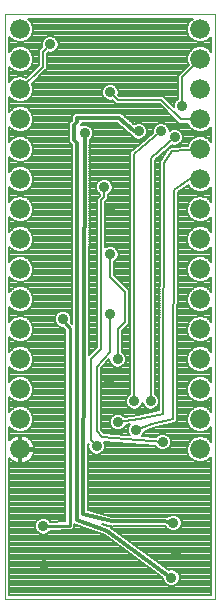
<source format=gbl>
G75*
%MOIN*%
%OFA0B0*%
%FSLAX24Y24*%
%IPPOS*%
%LPD*%
%AMOC8*
5,1,8,0,0,1.08239X$1,22.5*
%
%ADD10C,0.0000*%
%ADD11C,0.0660*%
%ADD12C,0.0356*%
%ADD13C,0.0080*%
%ADD14C,0.0120*%
%ADD15C,0.0160*%
%ADD16C,0.0100*%
D10*
X000140Y002797D02*
X000140Y022297D01*
X007140Y022297D01*
X007140Y002797D01*
X000140Y002797D01*
D11*
X000640Y007797D03*
X000640Y008797D03*
X000640Y009797D03*
X000640Y010797D03*
X000640Y011797D03*
X000640Y012797D03*
X000640Y013797D03*
X000640Y014797D03*
X000640Y015797D03*
X000640Y016797D03*
X000640Y017797D03*
X000640Y018797D03*
X000640Y019797D03*
X000640Y020797D03*
X000640Y021797D03*
X006640Y021797D03*
X006640Y020797D03*
X006640Y019797D03*
X006640Y018797D03*
X006640Y017797D03*
X006640Y016797D03*
X006640Y015797D03*
X006640Y014797D03*
X006640Y013797D03*
X006640Y012797D03*
X006640Y011797D03*
X006640Y010797D03*
X006640Y009797D03*
X006640Y008797D03*
X006640Y007797D03*
D12*
X005740Y005347D03*
X005830Y004327D03*
X005680Y003517D03*
X005390Y008047D03*
X004990Y009397D03*
X004440Y009397D03*
X004500Y008447D03*
X003900Y008707D03*
X003590Y010047D03*
X003890Y010797D03*
X003640Y012297D03*
X003640Y014297D03*
X003640Y015797D03*
X003440Y016547D03*
X002790Y018347D03*
X003640Y019697D03*
X004590Y018397D03*
X005340Y018397D03*
X005790Y018197D03*
X006040Y019247D03*
X002070Y012137D03*
X003190Y007897D03*
X001420Y003937D03*
X001410Y005237D03*
X001640Y021297D03*
D13*
X001390Y021047D01*
X001390Y020547D01*
X000640Y019797D01*
X000554Y019367D02*
X000726Y019367D01*
X000884Y019433D01*
X001005Y019553D01*
X001070Y019712D01*
X001070Y019883D01*
X001027Y019986D01*
X001448Y020407D01*
X001530Y020489D01*
X001530Y020989D01*
X001567Y021026D01*
X001585Y021019D01*
X001695Y021019D01*
X001798Y021061D01*
X001876Y021140D01*
X001918Y021242D01*
X001918Y021352D01*
X001876Y021455D01*
X001798Y021533D01*
X001695Y021575D01*
X001585Y021575D01*
X001482Y021533D01*
X001404Y021455D01*
X001362Y021352D01*
X001362Y021242D01*
X001369Y021224D01*
X001250Y021105D01*
X001250Y020605D01*
X000829Y020184D01*
X000726Y020227D01*
X000554Y020227D01*
X000396Y020162D01*
X000280Y020045D01*
X000280Y020549D01*
X000396Y020433D01*
X000554Y020367D01*
X000726Y020367D01*
X000884Y020433D01*
X001005Y020553D01*
X001070Y020712D01*
X001070Y020883D01*
X001005Y021041D01*
X000884Y021162D01*
X000726Y021227D01*
X000554Y021227D01*
X000396Y021162D01*
X000280Y021045D01*
X000280Y021549D01*
X000396Y021433D01*
X000554Y021367D01*
X000726Y021367D01*
X000884Y021433D01*
X001005Y021553D01*
X001070Y021712D01*
X001070Y021883D01*
X001005Y022041D01*
X000888Y022157D01*
X006392Y022157D01*
X006275Y022041D01*
X006210Y021883D01*
X006210Y021712D01*
X006275Y021553D01*
X006396Y021433D01*
X006554Y021367D01*
X006726Y021367D01*
X006884Y021433D01*
X007000Y021549D01*
X007000Y021045D01*
X006884Y021162D01*
X006726Y021227D01*
X006554Y021227D01*
X006396Y021162D01*
X006275Y021041D01*
X006210Y020883D01*
X006210Y020712D01*
X006253Y020608D01*
X005900Y020255D01*
X005900Y019490D01*
X005882Y019483D01*
X005804Y019405D01*
X005762Y019302D01*
X005762Y019223D01*
X005480Y019505D01*
X005398Y019587D01*
X003948Y019587D01*
X003911Y019624D01*
X003918Y019642D01*
X003918Y019752D01*
X003876Y019855D01*
X003798Y019933D01*
X003695Y019975D01*
X003585Y019975D01*
X003482Y019933D01*
X003404Y019855D01*
X003362Y019752D01*
X003362Y019642D01*
X003404Y019540D01*
X003482Y019461D01*
X003585Y019419D01*
X003695Y019419D01*
X003713Y019426D01*
X003832Y019307D01*
X005282Y019307D01*
X005932Y018657D01*
X006233Y018657D01*
X006275Y018553D01*
X006396Y018433D01*
X006554Y018367D01*
X006726Y018367D01*
X006884Y018433D01*
X007000Y018549D01*
X007000Y018045D01*
X006884Y018162D01*
X006726Y018227D01*
X006554Y018227D01*
X006396Y018162D01*
X006275Y018041D01*
X006220Y017906D01*
X005727Y017870D01*
X005719Y017876D01*
X005671Y017866D01*
X005622Y017862D01*
X005615Y017855D01*
X005610Y017853D01*
X005701Y017933D01*
X005735Y017919D01*
X005845Y017919D01*
X005948Y017961D01*
X006026Y018040D01*
X006068Y018142D01*
X006068Y018252D01*
X006026Y018355D01*
X005948Y018433D01*
X005845Y018475D01*
X005735Y018475D01*
X005632Y018433D01*
X005618Y018418D01*
X005618Y018452D01*
X005576Y018555D01*
X005498Y018633D01*
X005395Y018675D01*
X005285Y018675D01*
X005182Y018633D01*
X005104Y018555D01*
X005062Y018452D01*
X005062Y018348D01*
X004389Y017787D01*
X004382Y017787D01*
X004345Y017751D01*
X004306Y017717D01*
X004305Y017710D01*
X004300Y017705D01*
X004300Y017653D01*
X004295Y017602D01*
X004300Y017596D01*
X004300Y009640D01*
X004282Y009633D01*
X004204Y009555D01*
X004162Y009452D01*
X004162Y009342D01*
X004204Y009240D01*
X004282Y009161D01*
X004385Y009119D01*
X004495Y009119D01*
X004598Y009161D01*
X004676Y009240D01*
X004715Y009334D01*
X004754Y009240D01*
X004832Y009161D01*
X004935Y009119D01*
X005045Y009119D01*
X005148Y009161D01*
X005226Y009240D01*
X005268Y009342D01*
X005268Y009452D01*
X005226Y009555D01*
X005148Y009633D01*
X005130Y009640D01*
X005130Y017434D01*
X005600Y017845D01*
X005578Y017812D01*
X005546Y017775D01*
X005547Y017764D01*
X005331Y017436D01*
X005300Y017406D01*
X005300Y017389D01*
X005291Y017376D01*
X005300Y017333D01*
X005270Y009101D01*
X004575Y008955D01*
X004117Y008883D01*
X004058Y008943D01*
X003955Y008985D01*
X003845Y008985D01*
X003742Y008943D01*
X003664Y008865D01*
X003622Y008762D01*
X003622Y008652D01*
X003664Y008550D01*
X003742Y008471D01*
X003845Y008429D01*
X003955Y008429D01*
X004058Y008471D01*
X004136Y008550D01*
X004159Y008606D01*
X004286Y008626D01*
X004264Y008605D01*
X004222Y008502D01*
X004222Y008392D01*
X004264Y008290D01*
X004284Y008270D01*
X003444Y008333D01*
X003330Y008453D01*
X003330Y010493D01*
X003612Y010807D01*
X003612Y010742D01*
X003654Y010640D01*
X003732Y010561D01*
X003835Y010519D01*
X003945Y010519D01*
X004048Y010561D01*
X004126Y010640D01*
X004168Y010742D01*
X004168Y010852D01*
X004126Y010955D01*
X004048Y011033D01*
X004030Y011040D01*
X004030Y011739D01*
X004198Y011907D01*
X004280Y011989D01*
X004280Y013105D01*
X003780Y013605D01*
X003780Y014054D01*
X003798Y014061D01*
X003876Y014140D01*
X003918Y014242D01*
X003918Y014352D01*
X003876Y014455D01*
X003798Y014533D01*
X003695Y014575D01*
X003585Y014575D01*
X003482Y014533D01*
X003480Y014530D01*
X003480Y016039D01*
X003580Y016139D01*
X003580Y016304D01*
X003598Y016311D01*
X003676Y016390D01*
X003718Y016492D01*
X003718Y016602D01*
X003676Y016705D01*
X003598Y016783D01*
X003495Y016825D01*
X003385Y016825D01*
X003282Y016783D01*
X003204Y016705D01*
X003162Y016602D01*
X003162Y016492D01*
X003204Y016390D01*
X003282Y016311D01*
X003300Y016304D01*
X003300Y016255D01*
X003282Y016237D01*
X003200Y016155D01*
X003200Y011205D01*
X002932Y010937D01*
X002921Y010926D01*
X002949Y018113D01*
X003026Y018190D01*
X003068Y018292D01*
X003068Y018402D01*
X003026Y018505D01*
X002948Y018583D01*
X002845Y018625D01*
X002735Y018625D01*
X002666Y018597D01*
X002700Y018631D01*
X002700Y018687D01*
X003879Y018687D01*
X004330Y018281D01*
X004342Y018269D01*
X004354Y018240D01*
X004432Y018161D01*
X004535Y018119D01*
X004645Y018119D01*
X004748Y018161D01*
X004826Y018240D01*
X004868Y018342D01*
X004868Y018452D01*
X004826Y018555D01*
X004748Y018633D01*
X004645Y018675D01*
X004535Y018675D01*
X004432Y018633D01*
X004425Y018626D01*
X004050Y018963D01*
X004006Y019007D01*
X004001Y019007D01*
X003998Y019010D01*
X003936Y019007D01*
X002474Y019007D01*
X002380Y018913D01*
X002380Y018763D01*
X002280Y018663D01*
X002280Y018031D01*
X002374Y017937D01*
X002380Y017931D01*
X002370Y011979D01*
X002324Y012025D01*
X002348Y012082D01*
X002348Y012192D01*
X002306Y012295D01*
X002228Y012373D01*
X002125Y012415D01*
X002015Y012415D01*
X001912Y012373D01*
X001834Y012295D01*
X001792Y012192D01*
X001792Y012082D01*
X001834Y011980D01*
X001912Y011901D01*
X002015Y011859D01*
X002066Y011859D01*
X002140Y011785D01*
X002140Y005395D01*
X001648Y005390D01*
X001646Y005395D01*
X001568Y005473D01*
X001465Y005515D01*
X001355Y005515D01*
X001252Y005473D01*
X001174Y005395D01*
X001132Y005292D01*
X001132Y005182D01*
X001174Y005080D01*
X001252Y005001D01*
X001355Y004959D01*
X001465Y004959D01*
X001568Y005001D01*
X001646Y005080D01*
X001650Y005090D01*
X002291Y005097D01*
X002352Y005097D01*
X002353Y005098D01*
X002354Y005098D01*
X002397Y005142D01*
X002440Y005185D01*
X002440Y005186D01*
X002441Y005187D01*
X002440Y005248D01*
X002440Y005301D01*
X002453Y005287D01*
X002492Y005287D01*
X003464Y004944D01*
X005402Y003523D01*
X005402Y003462D01*
X005444Y003360D01*
X005522Y003281D01*
X005625Y003239D01*
X005735Y003239D01*
X005838Y003281D01*
X005916Y003360D01*
X005958Y003462D01*
X005958Y003572D01*
X005916Y003675D01*
X005838Y003753D01*
X005735Y003795D01*
X005625Y003795D01*
X005591Y003781D01*
X003667Y005192D01*
X003656Y005216D01*
X003616Y005230D01*
X003581Y005255D01*
X003555Y005251D01*
X003380Y005313D01*
X003607Y005253D01*
X003624Y005237D01*
X003669Y005237D01*
X003713Y005225D01*
X003733Y005237D01*
X005427Y005237D01*
X005489Y005227D01*
X005504Y005190D01*
X005582Y005111D01*
X005685Y005069D01*
X005795Y005069D01*
X005898Y005111D01*
X005976Y005190D01*
X006018Y005292D01*
X006018Y005402D01*
X005976Y005505D01*
X005898Y005583D01*
X005795Y005625D01*
X005685Y005625D01*
X005582Y005583D01*
X005542Y005542D01*
X005517Y005546D01*
X005506Y005557D01*
X005453Y005557D01*
X005401Y005566D01*
X005389Y005557D01*
X003711Y005557D01*
X002900Y005770D01*
X002909Y007980D01*
X002919Y007970D01*
X002912Y007952D01*
X002912Y007842D01*
X002954Y007740D01*
X003032Y007661D01*
X003135Y007619D01*
X003245Y007619D01*
X003348Y007661D01*
X003426Y007740D01*
X003468Y007842D01*
X003468Y007952D01*
X003426Y008053D01*
X005139Y007925D01*
X005154Y007890D01*
X005232Y007811D01*
X005335Y007769D01*
X005445Y007769D01*
X005548Y007811D01*
X005626Y007890D01*
X005668Y007992D01*
X005668Y008102D01*
X005626Y008205D01*
X005548Y008283D01*
X005445Y008325D01*
X005335Y008325D01*
X005232Y008283D01*
X005155Y008205D01*
X004686Y008240D01*
X004736Y008290D01*
X004778Y008392D01*
X005081Y008493D01*
X005758Y008677D01*
X005797Y008677D01*
X005812Y008692D01*
X005833Y008697D01*
X005852Y008731D01*
X005880Y008759D01*
X005880Y008780D01*
X005890Y008798D01*
X005880Y008835D01*
X005910Y016375D01*
X006249Y016617D01*
X006275Y016553D01*
X006396Y016433D01*
X006554Y016367D01*
X006726Y016367D01*
X006884Y016433D01*
X007000Y016549D01*
X007000Y016045D01*
X006884Y016162D01*
X006726Y016227D01*
X006554Y016227D01*
X006396Y016162D01*
X006275Y016041D01*
X006210Y015883D01*
X006210Y015712D01*
X006275Y015553D01*
X006396Y015433D01*
X006554Y015367D01*
X006726Y015367D01*
X006884Y015433D01*
X007000Y015549D01*
X007000Y015045D01*
X006884Y015162D01*
X006726Y015227D01*
X006554Y015227D01*
X006396Y015162D01*
X006275Y015041D01*
X006210Y014883D01*
X006210Y014712D01*
X006275Y014553D01*
X006396Y014433D01*
X006554Y014367D01*
X006726Y014367D01*
X006884Y014433D01*
X007000Y014549D01*
X007000Y014045D01*
X006884Y014162D01*
X006726Y014227D01*
X006554Y014227D01*
X006396Y014162D01*
X006275Y014041D01*
X006210Y013883D01*
X006210Y013712D01*
X006275Y013553D01*
X006396Y013433D01*
X006554Y013367D01*
X006726Y013367D01*
X006884Y013433D01*
X007000Y013549D01*
X007000Y013045D01*
X006884Y013162D01*
X006726Y013227D01*
X006554Y013227D01*
X006396Y013162D01*
X006275Y013041D01*
X006210Y012883D01*
X006210Y012712D01*
X006275Y012553D01*
X006396Y012433D01*
X006554Y012367D01*
X006726Y012367D01*
X006884Y012433D01*
X007000Y012549D01*
X007000Y012045D01*
X006884Y012162D01*
X006726Y012227D01*
X006554Y012227D01*
X006396Y012162D01*
X006275Y012041D01*
X006210Y011883D01*
X006210Y011712D01*
X006275Y011553D01*
X006396Y011433D01*
X006554Y011367D01*
X006726Y011367D01*
X006884Y011433D01*
X007000Y011549D01*
X007000Y011045D01*
X006884Y011162D01*
X006726Y011227D01*
X006554Y011227D01*
X006396Y011162D01*
X006275Y011041D01*
X006210Y010883D01*
X006210Y010712D01*
X006275Y010553D01*
X006396Y010433D01*
X006554Y010367D01*
X006726Y010367D01*
X006884Y010433D01*
X007000Y010549D01*
X007000Y010045D01*
X006884Y010162D01*
X006726Y010227D01*
X006554Y010227D01*
X006396Y010162D01*
X006275Y010041D01*
X006210Y009883D01*
X006210Y009712D01*
X006275Y009553D01*
X006396Y009433D01*
X006554Y009367D01*
X006726Y009367D01*
X006884Y009433D01*
X007000Y009549D01*
X007000Y009045D01*
X006884Y009162D01*
X006726Y009227D01*
X006554Y009227D01*
X006396Y009162D01*
X006275Y009041D01*
X006210Y008883D01*
X006210Y008712D01*
X006275Y008553D01*
X006396Y008433D01*
X006554Y008367D01*
X006726Y008367D01*
X006884Y008433D01*
X007000Y008549D01*
X007000Y008045D01*
X006884Y008162D01*
X006726Y008227D01*
X006554Y008227D01*
X006396Y008162D01*
X006275Y008041D01*
X006210Y007883D01*
X006210Y007712D01*
X006275Y007553D01*
X006396Y007433D01*
X006554Y007367D01*
X006726Y007367D01*
X006884Y007433D01*
X007000Y007549D01*
X007000Y002937D01*
X000280Y002937D01*
X000280Y007493D01*
X000282Y007491D01*
X000334Y007439D01*
X000394Y007395D01*
X000460Y007361D01*
X000530Y007339D01*
X000600Y007328D01*
X000600Y007757D01*
X000680Y007757D01*
X000680Y007328D01*
X000750Y007339D01*
X000820Y007361D01*
X000886Y007395D01*
X000946Y007439D01*
X000998Y007491D01*
X001042Y007551D01*
X001076Y007617D01*
X001098Y007687D01*
X001110Y007757D01*
X000680Y007757D01*
X000680Y007837D01*
X001110Y007837D01*
X001098Y007907D01*
X001076Y007977D01*
X001042Y008043D01*
X000998Y008103D01*
X000946Y008156D01*
X000886Y008199D01*
X000820Y008233D01*
X000750Y008255D01*
X000680Y008267D01*
X000680Y007837D01*
X000600Y007837D01*
X000600Y008267D01*
X000530Y008255D01*
X000460Y008233D01*
X000394Y008199D01*
X000334Y008156D01*
X000282Y008103D01*
X000280Y008101D01*
X000280Y008549D01*
X000396Y008433D01*
X000554Y008367D01*
X000726Y008367D01*
X000884Y008433D01*
X001005Y008553D01*
X001070Y008712D01*
X001070Y008883D01*
X001005Y009041D01*
X000884Y009162D01*
X000726Y009227D01*
X000554Y009227D01*
X000396Y009162D01*
X000280Y009045D01*
X000280Y009549D01*
X000396Y009433D01*
X000554Y009367D01*
X000726Y009367D01*
X000884Y009433D01*
X001005Y009553D01*
X001070Y009712D01*
X001070Y009883D01*
X001005Y010041D01*
X000884Y010162D01*
X000726Y010227D01*
X000554Y010227D01*
X000396Y010162D01*
X000280Y010045D01*
X000280Y010549D01*
X000396Y010433D01*
X000554Y010367D01*
X000726Y010367D01*
X000884Y010433D01*
X001005Y010553D01*
X001070Y010712D01*
X001070Y010883D01*
X001005Y011041D01*
X000884Y011162D01*
X000726Y011227D01*
X000554Y011227D01*
X000396Y011162D01*
X000280Y011045D01*
X000280Y011549D01*
X000396Y011433D01*
X000554Y011367D01*
X000726Y011367D01*
X000884Y011433D01*
X001005Y011553D01*
X001070Y011712D01*
X001070Y011883D01*
X001005Y012041D01*
X000884Y012162D01*
X000726Y012227D01*
X000554Y012227D01*
X000396Y012162D01*
X000280Y012045D01*
X000280Y012549D01*
X000396Y012433D01*
X000554Y012367D01*
X000726Y012367D01*
X000884Y012433D01*
X001005Y012553D01*
X001070Y012712D01*
X001070Y012883D01*
X001005Y013041D01*
X000884Y013162D01*
X000726Y013227D01*
X000554Y013227D01*
X000396Y013162D01*
X000280Y013045D01*
X000280Y013549D01*
X000396Y013433D01*
X000554Y013367D01*
X000726Y013367D01*
X000884Y013433D01*
X001005Y013553D01*
X001070Y013712D01*
X001070Y013883D01*
X001005Y014041D01*
X000884Y014162D01*
X000726Y014227D01*
X000554Y014227D01*
X000396Y014162D01*
X000280Y014045D01*
X000280Y014549D01*
X000396Y014433D01*
X000554Y014367D01*
X000726Y014367D01*
X000884Y014433D01*
X001005Y014553D01*
X001070Y014712D01*
X001070Y014883D01*
X001005Y015041D01*
X000884Y015162D01*
X000726Y015227D01*
X000554Y015227D01*
X000396Y015162D01*
X000280Y015045D01*
X000280Y015549D01*
X000396Y015433D01*
X000554Y015367D01*
X000726Y015367D01*
X000884Y015433D01*
X001005Y015553D01*
X001070Y015712D01*
X001070Y015883D01*
X001005Y016041D01*
X000884Y016162D01*
X000726Y016227D01*
X000554Y016227D01*
X000396Y016162D01*
X000280Y016045D01*
X000280Y016549D01*
X000396Y016433D01*
X000554Y016367D01*
X000726Y016367D01*
X000884Y016433D01*
X001005Y016553D01*
X001070Y016712D01*
X001070Y016883D01*
X001005Y017041D01*
X000884Y017162D01*
X000726Y017227D01*
X000554Y017227D01*
X000396Y017162D01*
X000280Y017045D01*
X000280Y017549D01*
X000396Y017433D01*
X000554Y017367D01*
X000726Y017367D01*
X000884Y017433D01*
X001005Y017553D01*
X001070Y017712D01*
X002380Y017712D01*
X002379Y017634D02*
X001038Y017634D01*
X001070Y017712D02*
X001070Y017883D01*
X001005Y018041D01*
X000884Y018162D01*
X000726Y018227D01*
X000554Y018227D01*
X000396Y018162D01*
X000280Y018045D01*
X000280Y018549D01*
X000396Y018433D01*
X000554Y018367D01*
X000726Y018367D01*
X000884Y018433D01*
X001005Y018553D01*
X001070Y018712D01*
X001070Y018883D01*
X001005Y019041D01*
X000884Y019162D01*
X000726Y019227D01*
X000554Y019227D01*
X000396Y019162D01*
X000280Y019045D01*
X000280Y019549D01*
X000396Y019433D01*
X000554Y019367D01*
X000498Y019204D02*
X000280Y019204D01*
X000280Y019282D02*
X005307Y019282D01*
X005385Y019204D02*
X000782Y019204D01*
X000890Y019439D02*
X003536Y019439D01*
X003426Y019518D02*
X000969Y019518D01*
X001022Y019596D02*
X003381Y019596D01*
X003362Y019675D02*
X001055Y019675D01*
X001070Y019753D02*
X003362Y019753D01*
X003395Y019832D02*
X001070Y019832D01*
X001059Y019910D02*
X003460Y019910D01*
X003640Y019697D02*
X003890Y019447D01*
X005340Y019447D01*
X005990Y018797D01*
X006640Y018797D01*
X006430Y018419D02*
X005962Y018419D01*
X006032Y018340D02*
X007000Y018340D01*
X007000Y018262D02*
X006064Y018262D01*
X006068Y018183D02*
X006448Y018183D01*
X006339Y018105D02*
X006053Y018105D01*
X006012Y018026D02*
X006269Y018026D01*
X006237Y017948D02*
X005915Y017948D01*
X005790Y018197D02*
X004990Y017497D01*
X004990Y009397D01*
X004846Y009156D02*
X004584Y009156D01*
X004670Y009234D02*
X004760Y009234D01*
X004724Y009313D02*
X004706Y009313D01*
X004783Y008999D02*
X003330Y008999D01*
X003330Y009077D02*
X005157Y009077D01*
X005134Y009156D02*
X005271Y009156D01*
X005271Y009234D02*
X005220Y009234D01*
X005256Y009313D02*
X005271Y009313D01*
X005268Y009391D02*
X005271Y009391D01*
X005261Y009470D02*
X005272Y009470D01*
X005272Y009548D02*
X005228Y009548D01*
X005272Y009627D02*
X005154Y009627D01*
X005130Y009705D02*
X005273Y009705D01*
X005273Y009784D02*
X005130Y009784D01*
X005130Y009862D02*
X005273Y009862D01*
X005273Y009941D02*
X005130Y009941D01*
X005130Y010019D02*
X005274Y010019D01*
X005274Y010098D02*
X005130Y010098D01*
X005130Y010176D02*
X005274Y010176D01*
X005275Y010255D02*
X005130Y010255D01*
X005130Y010333D02*
X005275Y010333D01*
X005275Y010412D02*
X005130Y010412D01*
X005130Y010490D02*
X005275Y010490D01*
X005276Y010569D02*
X005130Y010569D01*
X005130Y010647D02*
X005276Y010647D01*
X005276Y010726D02*
X005130Y010726D01*
X005130Y010804D02*
X005277Y010804D01*
X005277Y010883D02*
X005130Y010883D01*
X005130Y010961D02*
X005277Y010961D01*
X005277Y011040D02*
X005130Y011040D01*
X005130Y011118D02*
X005278Y011118D01*
X005278Y011197D02*
X005130Y011197D01*
X005130Y011275D02*
X005278Y011275D01*
X005278Y011354D02*
X005130Y011354D01*
X005130Y011432D02*
X005279Y011432D01*
X005279Y011511D02*
X005130Y011511D01*
X005130Y011589D02*
X005279Y011589D01*
X005280Y011668D02*
X005130Y011668D01*
X005130Y011746D02*
X005280Y011746D01*
X005280Y011825D02*
X005130Y011825D01*
X005130Y011903D02*
X005280Y011903D01*
X005281Y011982D02*
X005130Y011982D01*
X005130Y012060D02*
X005281Y012060D01*
X005281Y012139D02*
X005130Y012139D01*
X005130Y012217D02*
X005282Y012217D01*
X005282Y012296D02*
X005130Y012296D01*
X005130Y012374D02*
X005282Y012374D01*
X005282Y012453D02*
X005130Y012453D01*
X005130Y012531D02*
X005283Y012531D01*
X005283Y012610D02*
X005130Y012610D01*
X005130Y012688D02*
X005283Y012688D01*
X005284Y012767D02*
X005130Y012767D01*
X005130Y012845D02*
X005284Y012845D01*
X005284Y012924D02*
X005130Y012924D01*
X005130Y013002D02*
X005284Y013002D01*
X005285Y013081D02*
X005130Y013081D01*
X005130Y013159D02*
X005285Y013159D01*
X005285Y013238D02*
X005130Y013238D01*
X005130Y013316D02*
X005286Y013316D01*
X005286Y013395D02*
X005130Y013395D01*
X005130Y013473D02*
X005286Y013473D01*
X005286Y013552D02*
X005130Y013552D01*
X005130Y013630D02*
X005287Y013630D01*
X005287Y013709D02*
X005130Y013709D01*
X005130Y013787D02*
X005287Y013787D01*
X005288Y013866D02*
X005130Y013866D01*
X005130Y013944D02*
X005288Y013944D01*
X005288Y014023D02*
X005130Y014023D01*
X005130Y014101D02*
X005288Y014101D01*
X005289Y014180D02*
X005130Y014180D01*
X005130Y014258D02*
X005289Y014258D01*
X005289Y014337D02*
X005130Y014337D01*
X005130Y014415D02*
X005289Y014415D01*
X005290Y014494D02*
X005130Y014494D01*
X005130Y014572D02*
X005290Y014572D01*
X005290Y014651D02*
X005130Y014651D01*
X005130Y014729D02*
X005291Y014729D01*
X005291Y014808D02*
X005130Y014808D01*
X005130Y014886D02*
X005291Y014886D01*
X005291Y014965D02*
X005130Y014965D01*
X005130Y015043D02*
X005292Y015043D01*
X005292Y015122D02*
X005130Y015122D01*
X005130Y015200D02*
X005292Y015200D01*
X005293Y015279D02*
X005130Y015279D01*
X005130Y015357D02*
X005293Y015357D01*
X005293Y015436D02*
X005130Y015436D01*
X005130Y015514D02*
X005293Y015514D01*
X005294Y015593D02*
X005130Y015593D01*
X005130Y015671D02*
X005294Y015671D01*
X005294Y015750D02*
X005130Y015750D01*
X005130Y015828D02*
X005295Y015828D01*
X005295Y015907D02*
X005130Y015907D01*
X005130Y015985D02*
X005295Y015985D01*
X005295Y016064D02*
X005130Y016064D01*
X005130Y016142D02*
X005296Y016142D01*
X005296Y016221D02*
X005130Y016221D01*
X005130Y016299D02*
X005296Y016299D01*
X005297Y016378D02*
X005130Y016378D01*
X005130Y016456D02*
X005297Y016456D01*
X005297Y016535D02*
X005130Y016535D01*
X005130Y016613D02*
X005297Y016613D01*
X005298Y016692D02*
X005130Y016692D01*
X005130Y016770D02*
X005298Y016770D01*
X005298Y016849D02*
X005130Y016849D01*
X005130Y016927D02*
X005298Y016927D01*
X005299Y017006D02*
X005130Y017006D01*
X005130Y017084D02*
X005299Y017084D01*
X005299Y017163D02*
X005130Y017163D01*
X005130Y017241D02*
X005300Y017241D01*
X005300Y017320D02*
X005130Y017320D01*
X005130Y017398D02*
X005300Y017398D01*
X005358Y017477D02*
X005179Y017477D01*
X005269Y017555D02*
X005409Y017555D01*
X005359Y017634D02*
X005461Y017634D01*
X005448Y017712D02*
X005513Y017712D01*
X005538Y017791D02*
X005560Y017791D01*
X005628Y017869D02*
X005686Y017869D01*
X005690Y017727D02*
X005440Y017347D01*
X005410Y008987D01*
X004600Y008817D01*
X003900Y008707D01*
X003796Y008449D02*
X003334Y008449D01*
X003330Y008528D02*
X003686Y008528D01*
X003641Y008606D02*
X003330Y008606D01*
X003330Y008685D02*
X003622Y008685D01*
X003622Y008763D02*
X003330Y008763D01*
X003330Y008842D02*
X003655Y008842D01*
X003720Y008920D02*
X003330Y008920D01*
X003330Y009156D02*
X004296Y009156D01*
X004210Y009234D02*
X003330Y009234D01*
X003330Y009313D02*
X004174Y009313D01*
X004162Y009391D02*
X003330Y009391D01*
X003330Y009470D02*
X004169Y009470D01*
X004202Y009548D02*
X003330Y009548D01*
X003330Y009627D02*
X004276Y009627D01*
X004300Y009705D02*
X003330Y009705D01*
X003330Y009784D02*
X004300Y009784D01*
X004300Y009862D02*
X003330Y009862D01*
X003330Y009941D02*
X004300Y009941D01*
X004300Y010019D02*
X003330Y010019D01*
X003330Y010098D02*
X004300Y010098D01*
X004300Y010176D02*
X003330Y010176D01*
X003330Y010255D02*
X004300Y010255D01*
X004300Y010333D02*
X003330Y010333D01*
X003330Y010412D02*
X004300Y010412D01*
X004300Y010490D02*
X003330Y010490D01*
X003398Y010569D02*
X003725Y010569D01*
X003651Y010647D02*
X003468Y010647D01*
X003539Y010726D02*
X003619Y010726D01*
X003610Y010804D02*
X003612Y010804D01*
X003640Y011047D02*
X003190Y010547D01*
X003190Y008397D01*
X003380Y008197D01*
X005390Y008047D01*
X005255Y008292D02*
X004737Y008292D01*
X004769Y008371D02*
X006546Y008371D01*
X006522Y008214D02*
X005617Y008214D01*
X005655Y008135D02*
X006370Y008135D01*
X006291Y008057D02*
X005668Y008057D01*
X005662Y007978D02*
X006250Y007978D01*
X006217Y007900D02*
X005630Y007900D01*
X005557Y007821D02*
X006210Y007821D01*
X006210Y007743D02*
X003427Y007743D01*
X003460Y007821D02*
X005223Y007821D01*
X005150Y007900D02*
X003468Y007900D01*
X003457Y007978D02*
X004433Y007978D01*
X004263Y008292D02*
X003988Y008292D01*
X004004Y008449D02*
X004222Y008449D01*
X004231Y008371D02*
X003408Y008371D01*
X002990Y008097D02*
X003190Y007897D01*
X003030Y007664D02*
X002908Y007664D01*
X002908Y007586D02*
X006262Y007586D01*
X006230Y007664D02*
X003350Y007664D01*
X002953Y007743D02*
X002908Y007743D01*
X002909Y007821D02*
X002920Y007821D01*
X002909Y007900D02*
X002912Y007900D01*
X002909Y007978D02*
X002911Y007978D01*
X002990Y008097D02*
X002990Y010797D01*
X003340Y011147D01*
X003340Y016097D01*
X003440Y016197D01*
X003440Y016547D01*
X003580Y016299D02*
X004300Y016299D01*
X004300Y016221D02*
X003580Y016221D01*
X003580Y016142D02*
X004300Y016142D01*
X004300Y016064D02*
X003505Y016064D01*
X003480Y015985D02*
X004300Y015985D01*
X004300Y015907D02*
X003480Y015907D01*
X003480Y015828D02*
X004300Y015828D01*
X004300Y015750D02*
X003480Y015750D01*
X003480Y015671D02*
X004300Y015671D01*
X004300Y015593D02*
X003480Y015593D01*
X003480Y015514D02*
X004300Y015514D01*
X004300Y015436D02*
X003480Y015436D01*
X003480Y015357D02*
X004300Y015357D01*
X004300Y015279D02*
X003480Y015279D01*
X003480Y015200D02*
X004300Y015200D01*
X004300Y015122D02*
X003480Y015122D01*
X003480Y015043D02*
X004300Y015043D01*
X004300Y014965D02*
X003480Y014965D01*
X003480Y014886D02*
X004300Y014886D01*
X004300Y014808D02*
X003480Y014808D01*
X003480Y014729D02*
X004300Y014729D01*
X004300Y014651D02*
X003480Y014651D01*
X003480Y014572D02*
X003577Y014572D01*
X003703Y014572D02*
X004300Y014572D01*
X004300Y014494D02*
X003837Y014494D01*
X003892Y014415D02*
X004300Y014415D01*
X004300Y014337D02*
X003918Y014337D01*
X003918Y014258D02*
X004300Y014258D01*
X004300Y014180D02*
X003892Y014180D01*
X003837Y014101D02*
X004300Y014101D01*
X004300Y014023D02*
X003780Y014023D01*
X003780Y013944D02*
X004300Y013944D01*
X004300Y013866D02*
X003780Y013866D01*
X003780Y013787D02*
X004300Y013787D01*
X004300Y013709D02*
X003780Y013709D01*
X003780Y013630D02*
X004300Y013630D01*
X004300Y013552D02*
X003833Y013552D01*
X003912Y013473D02*
X004300Y013473D01*
X004300Y013395D02*
X003990Y013395D01*
X004069Y013316D02*
X004300Y013316D01*
X004300Y013238D02*
X004147Y013238D01*
X004226Y013159D02*
X004300Y013159D01*
X004300Y013081D02*
X004280Y013081D01*
X004280Y013002D02*
X004300Y013002D01*
X004300Y012924D02*
X004280Y012924D01*
X004280Y012845D02*
X004300Y012845D01*
X004300Y012767D02*
X004280Y012767D01*
X004280Y012688D02*
X004300Y012688D01*
X004300Y012610D02*
X004280Y012610D01*
X004280Y012531D02*
X004300Y012531D01*
X004300Y012453D02*
X004280Y012453D01*
X004280Y012374D02*
X004300Y012374D01*
X004300Y012296D02*
X004280Y012296D01*
X004280Y012217D02*
X004300Y012217D01*
X004300Y012139D02*
X004280Y012139D01*
X004280Y012060D02*
X004300Y012060D01*
X004300Y011982D02*
X004273Y011982D01*
X004300Y011903D02*
X004194Y011903D01*
X004116Y011825D02*
X004300Y011825D01*
X004300Y011746D02*
X004037Y011746D01*
X004030Y011668D02*
X004300Y011668D01*
X004300Y011589D02*
X004030Y011589D01*
X004030Y011511D02*
X004300Y011511D01*
X004300Y011432D02*
X004030Y011432D01*
X004030Y011354D02*
X004300Y011354D01*
X004300Y011275D02*
X004030Y011275D01*
X004030Y011197D02*
X004300Y011197D01*
X004300Y011118D02*
X004030Y011118D01*
X004031Y011040D02*
X004300Y011040D01*
X004300Y010961D02*
X004119Y010961D01*
X004156Y010883D02*
X004300Y010883D01*
X004300Y010804D02*
X004168Y010804D01*
X004161Y010726D02*
X004300Y010726D01*
X004300Y010647D02*
X004129Y010647D01*
X004055Y010569D02*
X004300Y010569D01*
X003890Y010797D02*
X003890Y011797D01*
X004140Y012047D01*
X004140Y013047D01*
X003640Y013547D01*
X003640Y014297D01*
X003200Y014258D02*
X002934Y014258D01*
X002934Y014180D02*
X003200Y014180D01*
X003200Y014101D02*
X002933Y014101D01*
X002933Y014023D02*
X003200Y014023D01*
X003200Y013944D02*
X002933Y013944D01*
X002932Y013866D02*
X003200Y013866D01*
X003200Y013787D02*
X002932Y013787D01*
X002932Y013709D02*
X003200Y013709D01*
X003200Y013630D02*
X002931Y013630D01*
X002931Y013552D02*
X003200Y013552D01*
X003200Y013473D02*
X002931Y013473D01*
X002931Y013395D02*
X003200Y013395D01*
X003200Y013316D02*
X002930Y013316D01*
X002930Y013238D02*
X003200Y013238D01*
X003200Y013159D02*
X002930Y013159D01*
X002929Y013081D02*
X003200Y013081D01*
X003200Y013002D02*
X002929Y013002D01*
X002929Y012924D02*
X003200Y012924D01*
X003200Y012845D02*
X002928Y012845D01*
X002928Y012767D02*
X003200Y012767D01*
X003200Y012688D02*
X002928Y012688D01*
X002927Y012610D02*
X003200Y012610D01*
X003200Y012531D02*
X002927Y012531D01*
X002927Y012453D02*
X003200Y012453D01*
X003200Y012374D02*
X002926Y012374D01*
X002926Y012296D02*
X003200Y012296D01*
X003200Y012217D02*
X002926Y012217D01*
X002926Y012139D02*
X003200Y012139D01*
X003200Y012060D02*
X002925Y012060D01*
X002925Y011982D02*
X003200Y011982D01*
X003200Y011903D02*
X002925Y011903D01*
X002924Y011825D02*
X003200Y011825D01*
X003200Y011746D02*
X002924Y011746D01*
X002924Y011668D02*
X003200Y011668D01*
X003200Y011589D02*
X002923Y011589D01*
X002923Y011511D02*
X003200Y011511D01*
X003200Y011432D02*
X002923Y011432D01*
X002922Y011354D02*
X003200Y011354D01*
X003200Y011275D02*
X002922Y011275D01*
X002922Y011197D02*
X003192Y011197D01*
X003113Y011118D02*
X002922Y011118D01*
X002921Y011040D02*
X003035Y011040D01*
X002956Y010961D02*
X002921Y010961D01*
X002370Y011982D02*
X002368Y011982D01*
X002371Y012060D02*
X002339Y012060D01*
X002348Y012139D02*
X002371Y012139D01*
X002371Y012217D02*
X002338Y012217D01*
X002305Y012296D02*
X002371Y012296D01*
X002371Y012374D02*
X002224Y012374D01*
X002371Y012453D02*
X000904Y012453D01*
X000982Y012531D02*
X002371Y012531D01*
X002371Y012610D02*
X001028Y012610D01*
X001060Y012688D02*
X002372Y012688D01*
X002372Y012767D02*
X001070Y012767D01*
X001070Y012845D02*
X002372Y012845D01*
X002372Y012924D02*
X001053Y012924D01*
X001021Y013002D02*
X002372Y013002D01*
X002372Y013081D02*
X000965Y013081D01*
X000886Y013159D02*
X002372Y013159D01*
X002372Y013238D02*
X000280Y013238D01*
X000280Y013316D02*
X002373Y013316D01*
X002373Y013395D02*
X000792Y013395D01*
X000924Y013473D02*
X002373Y013473D01*
X002373Y013552D02*
X001003Y013552D01*
X001036Y013630D02*
X002373Y013630D01*
X002373Y013709D02*
X001069Y013709D01*
X001070Y013787D02*
X002373Y013787D01*
X002373Y013866D02*
X001070Y013866D01*
X001045Y013944D02*
X002374Y013944D01*
X002374Y014023D02*
X001012Y014023D01*
X000944Y014101D02*
X002374Y014101D01*
X002374Y014180D02*
X000840Y014180D01*
X000842Y014415D02*
X002374Y014415D01*
X002374Y014337D02*
X000280Y014337D01*
X000280Y014415D02*
X000438Y014415D01*
X000335Y014494D02*
X000280Y014494D01*
X000280Y014258D02*
X002374Y014258D01*
X002374Y014494D02*
X000945Y014494D01*
X001012Y014572D02*
X002375Y014572D01*
X002375Y014651D02*
X001045Y014651D01*
X001070Y014729D02*
X002375Y014729D01*
X002375Y014808D02*
X001070Y014808D01*
X001069Y014886D02*
X002375Y014886D01*
X002375Y014965D02*
X001036Y014965D01*
X001002Y015043D02*
X002375Y015043D01*
X002375Y015122D02*
X000924Y015122D01*
X000887Y015436D02*
X002376Y015436D01*
X002376Y015514D02*
X000965Y015514D01*
X001021Y015593D02*
X002376Y015593D01*
X002376Y015671D02*
X001053Y015671D01*
X001070Y015750D02*
X002376Y015750D01*
X002377Y015828D02*
X001070Y015828D01*
X001060Y015907D02*
X002377Y015907D01*
X002377Y015985D02*
X001028Y015985D01*
X000982Y016064D02*
X002377Y016064D01*
X002377Y016142D02*
X000903Y016142D01*
X000741Y016221D02*
X002377Y016221D01*
X002377Y016299D02*
X000280Y016299D01*
X000280Y016221D02*
X000539Y016221D01*
X000529Y016378D02*
X000280Y016378D01*
X000280Y016456D02*
X000373Y016456D01*
X000294Y016535D02*
X000280Y016535D01*
X000280Y016142D02*
X000377Y016142D01*
X000298Y016064D02*
X000280Y016064D01*
X000280Y015514D02*
X000315Y015514D01*
X000280Y015436D02*
X000393Y015436D01*
X000280Y015357D02*
X002376Y015357D01*
X002376Y015279D02*
X000280Y015279D01*
X000280Y015200D02*
X000489Y015200D01*
X000356Y015122D02*
X000280Y015122D01*
X000280Y014180D02*
X000440Y014180D01*
X000336Y014101D02*
X000280Y014101D01*
X000280Y013473D02*
X000356Y013473D01*
X000280Y013395D02*
X000488Y013395D01*
X000394Y013159D02*
X000280Y013159D01*
X000280Y013081D02*
X000315Y013081D01*
X000298Y012531D02*
X000280Y012531D01*
X000280Y012453D02*
X000376Y012453D01*
X000280Y012374D02*
X000537Y012374D01*
X000530Y012217D02*
X000280Y012217D01*
X000280Y012139D02*
X000373Y012139D01*
X000295Y012060D02*
X000280Y012060D01*
X000280Y012296D02*
X001835Y012296D01*
X001802Y012217D02*
X000750Y012217D01*
X000743Y012374D02*
X001916Y012374D01*
X001792Y012139D02*
X000907Y012139D01*
X000985Y012060D02*
X001801Y012060D01*
X001833Y011982D02*
X001029Y011982D01*
X001062Y011903D02*
X001911Y011903D01*
X002100Y011825D02*
X001070Y011825D01*
X001070Y011746D02*
X002140Y011746D01*
X002140Y011668D02*
X001052Y011668D01*
X001019Y011589D02*
X002140Y011589D01*
X002140Y011511D02*
X000962Y011511D01*
X000883Y011432D02*
X002140Y011432D01*
X002140Y011354D02*
X000280Y011354D01*
X000280Y011432D02*
X000397Y011432D01*
X000318Y011511D02*
X000280Y011511D01*
X000280Y011275D02*
X002140Y011275D01*
X002140Y011197D02*
X000799Y011197D01*
X000927Y011118D02*
X002140Y011118D01*
X002140Y011040D02*
X001005Y011040D01*
X001037Y010961D02*
X002140Y010961D01*
X002140Y010883D02*
X001070Y010883D01*
X001070Y010804D02*
X002140Y010804D01*
X002140Y010726D02*
X001070Y010726D01*
X001043Y010647D02*
X002140Y010647D01*
X002140Y010569D02*
X001011Y010569D01*
X000941Y010490D02*
X002140Y010490D01*
X002140Y010412D02*
X000833Y010412D01*
X000849Y010176D02*
X002140Y010176D01*
X002140Y010098D02*
X000948Y010098D01*
X001013Y010019D02*
X002140Y010019D01*
X002140Y009941D02*
X001046Y009941D01*
X001070Y009862D02*
X002140Y009862D01*
X002140Y009784D02*
X001070Y009784D01*
X001067Y009705D02*
X002140Y009705D01*
X002140Y009627D02*
X001035Y009627D01*
X000999Y009548D02*
X002140Y009548D01*
X002140Y009470D02*
X000921Y009470D01*
X000890Y009156D02*
X002140Y009156D01*
X002140Y009234D02*
X000280Y009234D01*
X000280Y009156D02*
X000390Y009156D01*
X000312Y009077D02*
X000280Y009077D01*
X000280Y009313D02*
X002140Y009313D01*
X002140Y009391D02*
X000784Y009391D01*
X000968Y009077D02*
X002140Y009077D01*
X002140Y008999D02*
X001022Y008999D01*
X001054Y008920D02*
X002140Y008920D01*
X002140Y008842D02*
X001070Y008842D01*
X001070Y008763D02*
X002140Y008763D01*
X002140Y008685D02*
X001059Y008685D01*
X001026Y008606D02*
X002140Y008606D01*
X002140Y008528D02*
X000979Y008528D01*
X000900Y008449D02*
X002140Y008449D01*
X002140Y008371D02*
X000734Y008371D01*
X000680Y008214D02*
X000600Y008214D01*
X000600Y008135D02*
X000680Y008135D01*
X000680Y008057D02*
X000600Y008057D01*
X000600Y007978D02*
X000680Y007978D01*
X000680Y007900D02*
X000600Y007900D01*
X000680Y007821D02*
X002140Y007821D01*
X002140Y007743D02*
X001107Y007743D01*
X001091Y007664D02*
X002140Y007664D01*
X002140Y007586D02*
X001060Y007586D01*
X001010Y007507D02*
X002140Y007507D01*
X002140Y007429D02*
X000932Y007429D01*
X000785Y007350D02*
X002140Y007350D01*
X002140Y007272D02*
X000280Y007272D01*
X000280Y007350D02*
X000495Y007350D01*
X000348Y007429D02*
X000280Y007429D01*
X000280Y007193D02*
X002140Y007193D01*
X002140Y007115D02*
X000280Y007115D01*
X000280Y007036D02*
X002140Y007036D01*
X002140Y006958D02*
X000280Y006958D01*
X000280Y006879D02*
X002140Y006879D01*
X002140Y006801D02*
X000280Y006801D01*
X000280Y006722D02*
X002140Y006722D01*
X002140Y006644D02*
X000280Y006644D01*
X000280Y006565D02*
X002140Y006565D01*
X002140Y006487D02*
X000280Y006487D01*
X000280Y006408D02*
X002140Y006408D01*
X002140Y006330D02*
X000280Y006330D01*
X000280Y006251D02*
X002140Y006251D01*
X002140Y006173D02*
X000280Y006173D01*
X000280Y006094D02*
X002140Y006094D01*
X002140Y006016D02*
X000280Y006016D01*
X000280Y005937D02*
X002140Y005937D01*
X002140Y005859D02*
X000280Y005859D01*
X000280Y005780D02*
X002140Y005780D01*
X002140Y005702D02*
X000280Y005702D01*
X000280Y005623D02*
X002140Y005623D01*
X002140Y005545D02*
X000280Y005545D01*
X000280Y005466D02*
X001246Y005466D01*
X001171Y005388D02*
X000280Y005388D01*
X000280Y005309D02*
X001139Y005309D01*
X001132Y005231D02*
X000280Y005231D01*
X000280Y005152D02*
X001144Y005152D01*
X001180Y005074D02*
X000280Y005074D01*
X000280Y004995D02*
X001267Y004995D01*
X001553Y004995D02*
X003320Y004995D01*
X003502Y004917D02*
X000280Y004917D01*
X000280Y004838D02*
X003609Y004838D01*
X003716Y004760D02*
X000280Y004760D01*
X000280Y004681D02*
X003823Y004681D01*
X003930Y004603D02*
X000280Y004603D01*
X000280Y004524D02*
X004037Y004524D01*
X004144Y004446D02*
X000280Y004446D01*
X000280Y004367D02*
X004251Y004367D01*
X004257Y004760D02*
X007000Y004760D01*
X007000Y004838D02*
X004150Y004838D01*
X004043Y004917D02*
X007000Y004917D01*
X007000Y004995D02*
X003936Y004995D01*
X003829Y005074D02*
X005674Y005074D01*
X005542Y005152D02*
X003722Y005152D01*
X003722Y005231D02*
X005466Y005231D01*
X005528Y005545D02*
X005544Y005545D01*
X005680Y005623D02*
X003460Y005623D01*
X003396Y005309D02*
X003392Y005309D01*
X003615Y005231D02*
X003694Y005231D01*
X003097Y005074D02*
X001640Y005074D01*
X001574Y005466D02*
X002140Y005466D01*
X002407Y005152D02*
X002875Y005152D01*
X002653Y005231D02*
X002440Y005231D01*
X002901Y005780D02*
X007000Y005780D01*
X007000Y005702D02*
X003162Y005702D01*
X002901Y005859D02*
X007000Y005859D01*
X007000Y005937D02*
X002901Y005937D01*
X002901Y006016D02*
X007000Y006016D01*
X007000Y006094D02*
X002902Y006094D01*
X002902Y006173D02*
X007000Y006173D01*
X007000Y006251D02*
X002902Y006251D01*
X002903Y006330D02*
X007000Y006330D01*
X007000Y006408D02*
X002903Y006408D01*
X002903Y006487D02*
X007000Y006487D01*
X007000Y006565D02*
X002904Y006565D01*
X002904Y006644D02*
X007000Y006644D01*
X007000Y006722D02*
X002904Y006722D01*
X002905Y006801D02*
X007000Y006801D01*
X007000Y006879D02*
X002905Y006879D01*
X002905Y006958D02*
X007000Y006958D01*
X007000Y007036D02*
X002905Y007036D01*
X002906Y007115D02*
X007000Y007115D01*
X007000Y007193D02*
X002906Y007193D01*
X002906Y007272D02*
X007000Y007272D01*
X007000Y007350D02*
X002907Y007350D01*
X002907Y007429D02*
X006406Y007429D01*
X006322Y007507D02*
X002907Y007507D01*
X002140Y007900D02*
X001100Y007900D01*
X001075Y007978D02*
X002140Y007978D01*
X002140Y008057D02*
X001032Y008057D01*
X000967Y008135D02*
X002140Y008135D01*
X002140Y008214D02*
X000858Y008214D01*
X000680Y007743D02*
X000600Y007743D01*
X000600Y007664D02*
X000680Y007664D01*
X000680Y007586D02*
X000600Y007586D01*
X000600Y007507D02*
X000680Y007507D01*
X000680Y007429D02*
X000600Y007429D01*
X000600Y007350D02*
X000680Y007350D01*
X000422Y008214D02*
X000280Y008214D01*
X000280Y008292D02*
X002140Y008292D01*
X002140Y010255D02*
X000280Y010255D01*
X000280Y010333D02*
X002140Y010333D01*
X002934Y014337D02*
X003200Y014337D01*
X003200Y014415D02*
X002935Y014415D01*
X002935Y014494D02*
X003200Y014494D01*
X003200Y014572D02*
X002935Y014572D01*
X002935Y014651D02*
X003200Y014651D01*
X003200Y014729D02*
X002936Y014729D01*
X002936Y014808D02*
X003200Y014808D01*
X003200Y014886D02*
X002936Y014886D01*
X002937Y014965D02*
X003200Y014965D01*
X003200Y015043D02*
X002937Y015043D01*
X002937Y015122D02*
X003200Y015122D01*
X003200Y015200D02*
X002938Y015200D01*
X002938Y015279D02*
X003200Y015279D01*
X003200Y015357D02*
X002938Y015357D01*
X002939Y015436D02*
X003200Y015436D01*
X003200Y015514D02*
X002939Y015514D01*
X002939Y015593D02*
X003200Y015593D01*
X003200Y015671D02*
X002939Y015671D01*
X002940Y015750D02*
X003200Y015750D01*
X003200Y015828D02*
X002940Y015828D01*
X002940Y015907D02*
X003200Y015907D01*
X003200Y015985D02*
X002941Y015985D01*
X002941Y016064D02*
X003200Y016064D01*
X003200Y016142D02*
X002941Y016142D01*
X002942Y016221D02*
X003266Y016221D01*
X003282Y016237D02*
X003282Y016237D01*
X003300Y016299D02*
X002942Y016299D01*
X002942Y016378D02*
X003216Y016378D01*
X003177Y016456D02*
X002943Y016456D01*
X002943Y016535D02*
X003162Y016535D01*
X003166Y016613D02*
X002943Y016613D01*
X002943Y016692D02*
X003199Y016692D01*
X003270Y016770D02*
X002944Y016770D01*
X002944Y016849D02*
X004300Y016849D01*
X004300Y016927D02*
X002944Y016927D01*
X002945Y017006D02*
X004300Y017006D01*
X004300Y017084D02*
X002945Y017084D01*
X002945Y017163D02*
X004300Y017163D01*
X004300Y017241D02*
X002946Y017241D01*
X002946Y017320D02*
X004300Y017320D01*
X004300Y017398D02*
X002946Y017398D01*
X002947Y017477D02*
X004300Y017477D01*
X004300Y017555D02*
X002947Y017555D01*
X002947Y017634D02*
X004298Y017634D01*
X004305Y017712D02*
X002947Y017712D01*
X002948Y017791D02*
X004394Y017791D01*
X004488Y017869D02*
X002948Y017869D01*
X002948Y017948D02*
X004582Y017948D01*
X004440Y017647D02*
X005340Y018397D01*
X005234Y018654D02*
X004696Y018654D01*
X004805Y018576D02*
X005125Y018576D01*
X005080Y018497D02*
X004850Y018497D01*
X004868Y018419D02*
X005062Y018419D01*
X005053Y018340D02*
X004867Y018340D01*
X004835Y018262D02*
X004959Y018262D01*
X004865Y018183D02*
X004769Y018183D01*
X004770Y018105D02*
X002949Y018105D01*
X002949Y018026D02*
X004676Y018026D01*
X004440Y017647D02*
X004440Y009397D01*
X004354Y008920D02*
X004080Y008920D01*
X004159Y008606D02*
X004266Y008606D01*
X004232Y008528D02*
X004114Y008528D01*
X004500Y008447D02*
X005040Y008627D01*
X005740Y008817D01*
X005770Y016447D01*
X006330Y016847D01*
X006640Y016797D01*
X006529Y016378D02*
X005914Y016378D01*
X005909Y016299D02*
X007000Y016299D01*
X007000Y016221D02*
X006741Y016221D01*
X006751Y016378D02*
X007000Y016378D01*
X007000Y016456D02*
X006907Y016456D01*
X006986Y016535D02*
X007000Y016535D01*
X007000Y016142D02*
X006903Y016142D01*
X006982Y016064D02*
X007000Y016064D01*
X007000Y015514D02*
X006965Y015514D01*
X007000Y015436D02*
X006887Y015436D01*
X007000Y015357D02*
X005906Y015357D01*
X005905Y015279D02*
X007000Y015279D01*
X007000Y015200D02*
X006791Y015200D01*
X006924Y015122D02*
X007000Y015122D01*
X007000Y014494D02*
X006945Y014494D01*
X007000Y014415D02*
X006842Y014415D01*
X006840Y014180D02*
X007000Y014180D01*
X007000Y014258D02*
X005901Y014258D01*
X005901Y014180D02*
X006440Y014180D01*
X006438Y014415D02*
X005902Y014415D01*
X005902Y014337D02*
X007000Y014337D01*
X007000Y014101D02*
X006944Y014101D01*
X006924Y013473D02*
X007000Y013473D01*
X007000Y013395D02*
X006792Y013395D01*
X006886Y013159D02*
X007000Y013159D01*
X007000Y013081D02*
X006965Y013081D01*
X007000Y013238D02*
X005897Y013238D01*
X005898Y013316D02*
X007000Y013316D01*
X006982Y012531D02*
X007000Y012531D01*
X007000Y012453D02*
X006904Y012453D01*
X007000Y012374D02*
X006743Y012374D01*
X006750Y012217D02*
X007000Y012217D01*
X007000Y012139D02*
X006907Y012139D01*
X006985Y012060D02*
X007000Y012060D01*
X007000Y012296D02*
X005894Y012296D01*
X005894Y012374D02*
X006537Y012374D01*
X006530Y012217D02*
X005893Y012217D01*
X005893Y012139D02*
X006373Y012139D01*
X006295Y012060D02*
X005893Y012060D01*
X005892Y011982D02*
X006251Y011982D01*
X006218Y011903D02*
X005892Y011903D01*
X005892Y011825D02*
X006210Y011825D01*
X006210Y011746D02*
X005892Y011746D01*
X005891Y011668D02*
X006228Y011668D01*
X006261Y011589D02*
X005891Y011589D01*
X005891Y011511D02*
X006318Y011511D01*
X006397Y011432D02*
X005890Y011432D01*
X005890Y011354D02*
X007000Y011354D01*
X007000Y011432D02*
X006883Y011432D01*
X006962Y011511D02*
X007000Y011511D01*
X007000Y011275D02*
X005890Y011275D01*
X005889Y011197D02*
X006481Y011197D01*
X006353Y011118D02*
X005889Y011118D01*
X005889Y011040D02*
X006275Y011040D01*
X006243Y010961D02*
X005888Y010961D01*
X005888Y010883D02*
X006210Y010883D01*
X006210Y010804D02*
X005888Y010804D01*
X005888Y010726D02*
X006210Y010726D01*
X006237Y010647D02*
X005887Y010647D01*
X005887Y010569D02*
X006269Y010569D01*
X006339Y010490D02*
X005887Y010490D01*
X005886Y010412D02*
X006447Y010412D01*
X006431Y010176D02*
X005885Y010176D01*
X005885Y010098D02*
X006332Y010098D01*
X006267Y010019D02*
X005885Y010019D01*
X005884Y009941D02*
X006234Y009941D01*
X006210Y009862D02*
X005884Y009862D01*
X005884Y009784D02*
X006210Y009784D01*
X006213Y009705D02*
X005883Y009705D01*
X005883Y009627D02*
X006245Y009627D01*
X006281Y009548D02*
X005883Y009548D01*
X005883Y009470D02*
X006359Y009470D01*
X006496Y009391D02*
X005882Y009391D01*
X005882Y009313D02*
X007000Y009313D01*
X007000Y009391D02*
X006784Y009391D01*
X006921Y009470D02*
X007000Y009470D01*
X006999Y009548D02*
X007000Y009548D01*
X007000Y009234D02*
X005882Y009234D01*
X005881Y009156D02*
X006390Y009156D01*
X006312Y009077D02*
X005881Y009077D01*
X005881Y008999D02*
X006258Y008999D01*
X006226Y008920D02*
X005880Y008920D01*
X005880Y008842D02*
X006210Y008842D01*
X006210Y008763D02*
X005880Y008763D01*
X005805Y008685D02*
X006221Y008685D01*
X006254Y008606D02*
X005497Y008606D01*
X005525Y008292D02*
X007000Y008292D01*
X007000Y008214D02*
X006758Y008214D01*
X006734Y008371D02*
X007000Y008371D01*
X007000Y008449D02*
X006900Y008449D01*
X006979Y008528D02*
X007000Y008528D01*
X007000Y008135D02*
X006910Y008135D01*
X006989Y008057D02*
X007000Y008057D01*
X007000Y007507D02*
X006958Y007507D01*
X007000Y007429D02*
X006874Y007429D01*
X006380Y008449D02*
X004949Y008449D01*
X005040Y008214D02*
X005163Y008214D01*
X005208Y008528D02*
X006301Y008528D01*
X006890Y009156D02*
X007000Y009156D01*
X007000Y009077D02*
X006968Y009077D01*
X006948Y010098D02*
X007000Y010098D01*
X007000Y010176D02*
X006849Y010176D01*
X007000Y010255D02*
X005886Y010255D01*
X005886Y010333D02*
X007000Y010333D01*
X007000Y010412D02*
X006833Y010412D01*
X006941Y010490D02*
X007000Y010490D01*
X007000Y011118D02*
X006927Y011118D01*
X007000Y011197D02*
X006799Y011197D01*
X006376Y012453D02*
X005894Y012453D01*
X005895Y012531D02*
X006298Y012531D01*
X006252Y012610D02*
X005895Y012610D01*
X005895Y012688D02*
X006220Y012688D01*
X006210Y012767D02*
X005896Y012767D01*
X005896Y012845D02*
X006210Y012845D01*
X006227Y012924D02*
X005896Y012924D01*
X005896Y013002D02*
X006259Y013002D01*
X006315Y013081D02*
X005897Y013081D01*
X005897Y013159D02*
X006394Y013159D01*
X006488Y013395D02*
X005898Y013395D01*
X005898Y013473D02*
X006356Y013473D01*
X006277Y013552D02*
X005899Y013552D01*
X005899Y013630D02*
X006244Y013630D01*
X006211Y013709D02*
X005899Y013709D01*
X005900Y013787D02*
X006210Y013787D01*
X006210Y013866D02*
X005900Y013866D01*
X005900Y013944D02*
X006235Y013944D01*
X006268Y014023D02*
X005900Y014023D01*
X005901Y014101D02*
X006336Y014101D01*
X006335Y014494D02*
X005902Y014494D01*
X005903Y014572D02*
X006268Y014572D01*
X006235Y014651D02*
X005903Y014651D01*
X005903Y014729D02*
X006210Y014729D01*
X006210Y014808D02*
X005904Y014808D01*
X005904Y014886D02*
X006211Y014886D01*
X006244Y014965D02*
X005904Y014965D01*
X005904Y015043D02*
X006278Y015043D01*
X006356Y015122D02*
X005905Y015122D01*
X005905Y015200D02*
X006489Y015200D01*
X006393Y015436D02*
X005906Y015436D01*
X005906Y015514D02*
X006315Y015514D01*
X006259Y015593D02*
X005907Y015593D01*
X005907Y015671D02*
X006227Y015671D01*
X006210Y015750D02*
X005907Y015750D01*
X005908Y015828D02*
X006210Y015828D01*
X006220Y015907D02*
X005908Y015907D01*
X005908Y015985D02*
X006252Y015985D01*
X006298Y016064D02*
X005908Y016064D01*
X005909Y016142D02*
X006377Y016142D01*
X006539Y016221D02*
X005909Y016221D01*
X006024Y016456D02*
X006373Y016456D01*
X006294Y016535D02*
X006133Y016535D01*
X006243Y016613D02*
X006251Y016613D01*
X006640Y017797D02*
X005690Y017727D01*
X005618Y018419D02*
X005618Y018419D01*
X005600Y018497D02*
X006332Y018497D01*
X006266Y018576D02*
X005555Y018576D01*
X005446Y018654D02*
X006234Y018654D01*
X006040Y019247D02*
X006040Y020197D01*
X006640Y020797D01*
X006407Y021166D02*
X001887Y021166D01*
X001918Y021245D02*
X007000Y021245D01*
X007000Y021323D02*
X001918Y021323D01*
X001898Y021402D02*
X006471Y021402D01*
X006349Y021480D02*
X001850Y021480D01*
X001735Y021559D02*
X006273Y021559D01*
X006241Y021637D02*
X001039Y021637D01*
X001070Y021716D02*
X006210Y021716D01*
X006210Y021794D02*
X001070Y021794D01*
X001070Y021873D02*
X006210Y021873D01*
X006238Y021951D02*
X001042Y021951D01*
X001009Y022030D02*
X006271Y022030D01*
X006343Y022108D02*
X000937Y022108D01*
X001007Y021559D02*
X001545Y021559D01*
X001430Y021480D02*
X000931Y021480D01*
X000809Y021402D02*
X001382Y021402D01*
X001362Y021323D02*
X000280Y021323D01*
X000280Y021245D02*
X001362Y021245D01*
X001311Y021166D02*
X000873Y021166D01*
X000958Y021088D02*
X001250Y021088D01*
X001250Y021009D02*
X001018Y021009D01*
X001050Y020931D02*
X001250Y020931D01*
X001250Y020852D02*
X001070Y020852D01*
X001070Y020774D02*
X001250Y020774D01*
X001250Y020695D02*
X001063Y020695D01*
X001031Y020617D02*
X001250Y020617D01*
X001183Y020538D02*
X000989Y020538D01*
X000911Y020460D02*
X001105Y020460D01*
X001026Y020381D02*
X000759Y020381D01*
X000733Y020224D02*
X000869Y020224D01*
X000948Y020303D02*
X000280Y020303D01*
X000280Y020381D02*
X000521Y020381D01*
X000547Y020224D02*
X000280Y020224D01*
X000280Y020146D02*
X000380Y020146D01*
X000302Y020067D02*
X000280Y020067D01*
X000280Y020460D02*
X000369Y020460D01*
X000291Y020538D02*
X000280Y020538D01*
X000280Y021088D02*
X000322Y021088D01*
X000280Y021166D02*
X000407Y021166D01*
X000471Y021402D02*
X000280Y021402D01*
X000280Y021480D02*
X000349Y021480D01*
X001030Y019989D02*
X005900Y019989D01*
X005900Y020067D02*
X001108Y020067D01*
X001187Y020146D02*
X005900Y020146D01*
X005900Y020224D02*
X001265Y020224D01*
X001344Y020303D02*
X005948Y020303D01*
X006026Y020381D02*
X001422Y020381D01*
X001501Y020460D02*
X006105Y020460D01*
X006183Y020538D02*
X001530Y020538D01*
X001530Y020617D02*
X006249Y020617D01*
X006217Y020695D02*
X001530Y020695D01*
X001530Y020774D02*
X006210Y020774D01*
X006210Y020852D02*
X001530Y020852D01*
X001530Y020931D02*
X006230Y020931D01*
X006262Y021009D02*
X001550Y021009D01*
X001824Y021088D02*
X006322Y021088D01*
X005900Y019910D02*
X003820Y019910D01*
X003885Y019832D02*
X005900Y019832D01*
X005900Y019753D02*
X003918Y019753D01*
X003918Y019675D02*
X005900Y019675D01*
X005900Y019596D02*
X003939Y019596D01*
X003778Y019361D02*
X000280Y019361D01*
X000280Y019439D02*
X000390Y019439D01*
X000311Y019518D02*
X000280Y019518D01*
X000280Y019125D02*
X000360Y019125D01*
X000280Y019047D02*
X000281Y019047D01*
X000280Y018497D02*
X000332Y018497D01*
X000280Y018419D02*
X000430Y018419D01*
X000448Y018183D02*
X000280Y018183D01*
X000280Y018105D02*
X000339Y018105D01*
X000280Y018262D02*
X002280Y018262D01*
X002280Y018340D02*
X000280Y018340D01*
X000280Y017477D02*
X000352Y017477D01*
X000280Y017398D02*
X000480Y017398D01*
X000399Y017163D02*
X000280Y017163D01*
X000280Y017241D02*
X002379Y017241D01*
X002379Y017163D02*
X000881Y017163D01*
X000961Y017084D02*
X002379Y017084D01*
X002378Y017006D02*
X001019Y017006D01*
X001052Y016927D02*
X002378Y016927D01*
X002378Y016849D02*
X001070Y016849D01*
X001070Y016770D02*
X002378Y016770D01*
X002378Y016692D02*
X001062Y016692D01*
X001029Y016613D02*
X002378Y016613D01*
X002378Y016535D02*
X000986Y016535D01*
X000907Y016456D02*
X002378Y016456D01*
X002377Y016378D02*
X000751Y016378D01*
X000319Y017084D02*
X000280Y017084D01*
X000280Y017320D02*
X002379Y017320D01*
X002379Y017398D02*
X000800Y017398D01*
X000928Y017477D02*
X002379Y017477D01*
X002379Y017555D02*
X001005Y017555D01*
X001070Y017791D02*
X002380Y017791D01*
X002380Y017869D02*
X001070Y017869D01*
X001043Y017948D02*
X002363Y017948D01*
X002285Y018026D02*
X001011Y018026D01*
X000941Y018105D02*
X002280Y018105D01*
X002280Y018183D02*
X000832Y018183D01*
X000850Y018419D02*
X002280Y018419D01*
X002280Y018497D02*
X000948Y018497D01*
X001014Y018576D02*
X002280Y018576D01*
X002280Y018654D02*
X001046Y018654D01*
X001070Y018733D02*
X002349Y018733D01*
X002380Y018811D02*
X001070Y018811D01*
X001067Y018890D02*
X002380Y018890D01*
X002435Y018968D02*
X001035Y018968D01*
X000999Y019047D02*
X005542Y019047D01*
X005464Y019125D02*
X000920Y019125D01*
X000791Y015200D02*
X002376Y015200D01*
X003019Y018183D02*
X004411Y018183D01*
X004345Y018262D02*
X003056Y018262D01*
X003068Y018340D02*
X004264Y018340D01*
X004177Y018419D02*
X003061Y018419D01*
X003029Y018497D02*
X004090Y018497D01*
X004002Y018576D02*
X002955Y018576D01*
X002700Y018654D02*
X003915Y018654D01*
X004045Y018968D02*
X005621Y018968D01*
X005699Y018890D02*
X004132Y018890D01*
X004219Y018811D02*
X005778Y018811D01*
X005856Y018733D02*
X004306Y018733D01*
X004394Y018654D02*
X004484Y018654D01*
X004300Y016770D02*
X003610Y016770D01*
X003681Y016692D02*
X004300Y016692D01*
X004300Y016613D02*
X003714Y016613D01*
X003718Y016535D02*
X004300Y016535D01*
X004300Y016456D02*
X003703Y016456D01*
X003664Y016378D02*
X004300Y016378D01*
X005467Y019518D02*
X005900Y019518D01*
X005839Y019439D02*
X005546Y019439D01*
X005624Y019361D02*
X005786Y019361D01*
X005762Y019282D02*
X005703Y019282D01*
X006832Y018183D02*
X007000Y018183D01*
X007000Y018105D02*
X006941Y018105D01*
X007000Y018419D02*
X006850Y018419D01*
X006948Y018497D02*
X007000Y018497D01*
X006958Y021088D02*
X007000Y021088D01*
X007000Y021166D02*
X006873Y021166D01*
X006809Y021402D02*
X007000Y021402D01*
X007000Y021480D02*
X006931Y021480D01*
X003640Y012297D02*
X003640Y011047D01*
X004778Y008392D02*
X004778Y008392D01*
X005800Y005623D02*
X007000Y005623D01*
X007000Y005545D02*
X005936Y005545D01*
X005992Y005466D02*
X007000Y005466D01*
X007000Y005388D02*
X006018Y005388D01*
X006018Y005309D02*
X007000Y005309D01*
X007000Y005231D02*
X005993Y005231D01*
X005938Y005152D02*
X007000Y005152D01*
X007000Y005074D02*
X005806Y005074D01*
X005434Y003896D02*
X007000Y003896D01*
X007000Y003818D02*
X005541Y003818D01*
X005402Y003504D02*
X000280Y003504D01*
X000280Y003582D02*
X005321Y003582D01*
X005214Y003661D02*
X000280Y003661D01*
X000280Y003739D02*
X005107Y003739D01*
X005220Y004053D02*
X007000Y004053D01*
X007000Y003975D02*
X005327Y003975D01*
X005113Y004132D02*
X007000Y004132D01*
X007000Y004210D02*
X005006Y004210D01*
X004899Y004289D02*
X007000Y004289D01*
X007000Y004367D02*
X004792Y004367D01*
X004685Y004446D02*
X007000Y004446D01*
X007000Y004524D02*
X004578Y004524D01*
X004471Y004603D02*
X007000Y004603D01*
X007000Y004681D02*
X004364Y004681D01*
X004358Y004289D02*
X000280Y004289D01*
X000280Y004210D02*
X004465Y004210D01*
X004572Y004132D02*
X000280Y004132D01*
X000280Y004053D02*
X004679Y004053D01*
X004786Y003975D02*
X000280Y003975D01*
X000280Y003896D02*
X004893Y003896D01*
X005000Y003818D02*
X000280Y003818D01*
X000280Y003425D02*
X005417Y003425D01*
X005457Y003347D02*
X000280Y003347D01*
X000280Y003268D02*
X005554Y003268D01*
X005806Y003268D02*
X007000Y003268D01*
X007000Y003190D02*
X000280Y003190D01*
X000280Y003111D02*
X007000Y003111D01*
X007000Y003033D02*
X000280Y003033D01*
X000280Y002954D02*
X007000Y002954D01*
X007000Y003347D02*
X005903Y003347D01*
X005943Y003425D02*
X007000Y003425D01*
X007000Y003504D02*
X005958Y003504D01*
X005954Y003582D02*
X007000Y003582D01*
X007000Y003661D02*
X005922Y003661D01*
X005851Y003739D02*
X007000Y003739D01*
X001490Y003897D02*
X001420Y003937D01*
X000313Y008135D02*
X000280Y008135D01*
X000280Y008371D02*
X000546Y008371D01*
X000380Y008449D02*
X000280Y008449D01*
X000280Y008528D02*
X000301Y008528D01*
X000280Y009391D02*
X000496Y009391D01*
X000359Y009470D02*
X000280Y009470D01*
X000280Y009548D02*
X000281Y009548D01*
X000280Y010098D02*
X000332Y010098D01*
X000280Y010176D02*
X000431Y010176D01*
X000447Y010412D02*
X000280Y010412D01*
X000280Y010490D02*
X000339Y010490D01*
X000353Y011118D02*
X000280Y011118D01*
X000280Y011197D02*
X000481Y011197D01*
D14*
X002520Y005447D02*
X002540Y017997D01*
X002440Y018097D01*
X002440Y018597D01*
X002540Y018697D01*
X002540Y018847D01*
X003940Y018847D01*
X004440Y018397D01*
X004590Y018397D01*
X002790Y018347D02*
X002740Y005647D01*
X003690Y005397D01*
X005440Y005397D01*
X005740Y005347D01*
X005680Y003517D02*
X003540Y005087D01*
X002520Y005447D01*
X003590Y010047D02*
X003590Y010097D01*
D15*
X005820Y004327D02*
X005830Y004327D01*
D16*
X002290Y005247D02*
X002290Y011847D01*
X002140Y011997D01*
X002070Y012137D01*
X002290Y005247D02*
X001410Y005237D01*
M02*

</source>
